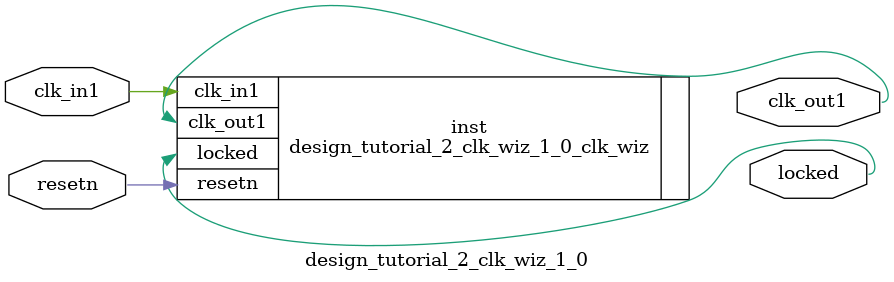
<source format=v>


`timescale 1ps/1ps

(* CORE_GENERATION_INFO = "design_tutorial_2_clk_wiz_1_0,clk_wiz_v6_0_0_0,{component_name=design_tutorial_2_clk_wiz_1_0,use_phase_alignment=true,use_min_o_jitter=false,use_max_i_jitter=false,use_dyn_phase_shift=false,use_inclk_switchover=false,use_dyn_reconfig=false,enable_axi=0,feedback_source=FDBK_AUTO,PRIMITIVE=MMCM,num_out_clk=1,clkin1_period=10.000,clkin2_period=10.000,use_power_down=false,use_reset=true,use_locked=true,use_inclk_stopped=false,feedback_type=SINGLE,CLOCK_MGR_TYPE=NA,manual_override=false}" *)

module design_tutorial_2_clk_wiz_1_0 
 (
  // Clock out ports
  output        clk_out1,
  // Status and control signals
  input         resetn,
  output        locked,
 // Clock in ports
  input         clk_in1
 );

  design_tutorial_2_clk_wiz_1_0_clk_wiz inst
  (
  // Clock out ports  
  .clk_out1(clk_out1),
  // Status and control signals               
  .resetn(resetn), 
  .locked(locked),
 // Clock in ports
  .clk_in1(clk_in1)
  );

endmodule

</source>
